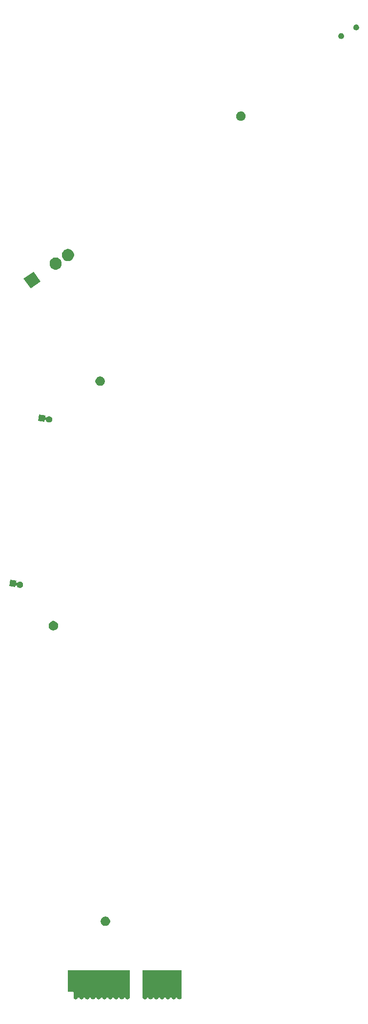
<source format=gbs>
G04 #@! TF.GenerationSoftware,KiCad,Pcbnew,5.1.3-ffb9f22~84~ubuntu18.04.1*
G04 #@! TF.CreationDate,2019-10-26T21:40:40-04:00*
G04 #@! TF.ProjectId,swadge-banana,73776164-6765-42d6-9261-6e616e612e6b,rev?*
G04 #@! TF.SameCoordinates,Original*
G04 #@! TF.FileFunction,Soldermask,Bot*
G04 #@! TF.FilePolarity,Negative*
%FSLAX46Y46*%
G04 Gerber Fmt 4.6, Leading zero omitted, Abs format (unit mm)*
G04 Created by KiCad (PCBNEW 5.1.3-ffb9f22~84~ubuntu18.04.1) date 2019-10-26 21:40:40*
%MOMM*%
%LPD*%
G04 APERTURE LIST*
%ADD10C,0.100000*%
G04 APERTURE END LIST*
D10*
G36*
X155466000Y-188480388D02*
G01*
X155466602Y-188492640D01*
X155467819Y-188505000D01*
X155466602Y-188517360D01*
X155466000Y-188529612D01*
X155466000Y-188599637D01*
X155456221Y-188611553D01*
X155440538Y-188644711D01*
X155439059Y-188649587D01*
X155404146Y-188714904D01*
X155357159Y-188772159D01*
X155299904Y-188819146D01*
X155234585Y-188854060D01*
X155163710Y-188875560D01*
X155108472Y-188881000D01*
X155071528Y-188881000D01*
X155016290Y-188875560D01*
X154945415Y-188854060D01*
X154880096Y-188819146D01*
X154822841Y-188772159D01*
X154775854Y-188714904D01*
X154740941Y-188649587D01*
X154739462Y-188644711D01*
X154730084Y-188622073D01*
X154716470Y-188601699D01*
X154699143Y-188584372D01*
X154678768Y-188570759D01*
X154656129Y-188561382D01*
X154619846Y-188556000D01*
X154560154Y-188556000D01*
X154535768Y-188558402D01*
X154512319Y-188565515D01*
X154490708Y-188577066D01*
X154471766Y-188592611D01*
X154456221Y-188611553D01*
X154440538Y-188644711D01*
X154439059Y-188649587D01*
X154404146Y-188714904D01*
X154357159Y-188772159D01*
X154299904Y-188819146D01*
X154234585Y-188854060D01*
X154163710Y-188875560D01*
X154108472Y-188881000D01*
X154071528Y-188881000D01*
X154016290Y-188875560D01*
X153945415Y-188854060D01*
X153880096Y-188819146D01*
X153822841Y-188772159D01*
X153775854Y-188714904D01*
X153740941Y-188649587D01*
X153739462Y-188644711D01*
X153730084Y-188622073D01*
X153716470Y-188601699D01*
X153699143Y-188584372D01*
X153678768Y-188570759D01*
X153656129Y-188561382D01*
X153619846Y-188556000D01*
X153560154Y-188556000D01*
X153535768Y-188558402D01*
X153512319Y-188565515D01*
X153490708Y-188577066D01*
X153471766Y-188592611D01*
X153456221Y-188611553D01*
X153440538Y-188644711D01*
X153439059Y-188649587D01*
X153404146Y-188714904D01*
X153357159Y-188772159D01*
X153299904Y-188819146D01*
X153234585Y-188854060D01*
X153163710Y-188875560D01*
X153108472Y-188881000D01*
X153071528Y-188881000D01*
X153016290Y-188875560D01*
X152945415Y-188854060D01*
X152880096Y-188819146D01*
X152822841Y-188772159D01*
X152775854Y-188714904D01*
X152740941Y-188649587D01*
X152739462Y-188644711D01*
X152730084Y-188622073D01*
X152716470Y-188601699D01*
X152699143Y-188584372D01*
X152678768Y-188570759D01*
X152656129Y-188561382D01*
X152619846Y-188556000D01*
X152560154Y-188556000D01*
X152535768Y-188558402D01*
X152512319Y-188565515D01*
X152490708Y-188577066D01*
X152471766Y-188592611D01*
X152456221Y-188611553D01*
X152440538Y-188644711D01*
X152439059Y-188649587D01*
X152404146Y-188714904D01*
X152357159Y-188772159D01*
X152299904Y-188819146D01*
X152234585Y-188854060D01*
X152163710Y-188875560D01*
X152108472Y-188881000D01*
X152071528Y-188881000D01*
X152016290Y-188875560D01*
X151945415Y-188854060D01*
X151880096Y-188819146D01*
X151822841Y-188772159D01*
X151775854Y-188714904D01*
X151740941Y-188649587D01*
X151739462Y-188644711D01*
X151730084Y-188622073D01*
X151716470Y-188601699D01*
X151699143Y-188584372D01*
X151678768Y-188570759D01*
X151656129Y-188561382D01*
X151619846Y-188556000D01*
X151560154Y-188556000D01*
X151535768Y-188558402D01*
X151512319Y-188565515D01*
X151490708Y-188577066D01*
X151471766Y-188592611D01*
X151456221Y-188611553D01*
X151440538Y-188644711D01*
X151439059Y-188649587D01*
X151404146Y-188714904D01*
X151357159Y-188772159D01*
X151299904Y-188819146D01*
X151234585Y-188854060D01*
X151163710Y-188875560D01*
X151108472Y-188881000D01*
X151071528Y-188881000D01*
X151016290Y-188875560D01*
X150945415Y-188854060D01*
X150880096Y-188819146D01*
X150822841Y-188772159D01*
X150775854Y-188714904D01*
X150740941Y-188649587D01*
X150739462Y-188644711D01*
X150730084Y-188622073D01*
X150716470Y-188601699D01*
X150699143Y-188584372D01*
X150678768Y-188570759D01*
X150656129Y-188561382D01*
X150619846Y-188556000D01*
X150560154Y-188556000D01*
X150535768Y-188558402D01*
X150512319Y-188565515D01*
X150490708Y-188577066D01*
X150471766Y-188592611D01*
X150456221Y-188611553D01*
X150440538Y-188644711D01*
X150439059Y-188649587D01*
X150404146Y-188714904D01*
X150357159Y-188772159D01*
X150299904Y-188819146D01*
X150234585Y-188854060D01*
X150163710Y-188875560D01*
X150108472Y-188881000D01*
X150071528Y-188881000D01*
X150016290Y-188875560D01*
X149945415Y-188854060D01*
X149880096Y-188819146D01*
X149822841Y-188772159D01*
X149775854Y-188714904D01*
X149740941Y-188649587D01*
X149739462Y-188644711D01*
X149730084Y-188622073D01*
X149716470Y-188601699D01*
X149699143Y-188584372D01*
X149678768Y-188570759D01*
X149656129Y-188561382D01*
X149619846Y-188556000D01*
X149560154Y-188556000D01*
X149535768Y-188558402D01*
X149512319Y-188565515D01*
X149490708Y-188577066D01*
X149471766Y-188592611D01*
X149456221Y-188611553D01*
X149440538Y-188644711D01*
X149439059Y-188649587D01*
X149404146Y-188714904D01*
X149357159Y-188772159D01*
X149299904Y-188819146D01*
X149234585Y-188854060D01*
X149163710Y-188875560D01*
X149108472Y-188881000D01*
X149071528Y-188881000D01*
X149016290Y-188875560D01*
X148945415Y-188854060D01*
X148880096Y-188819146D01*
X148822841Y-188772159D01*
X148775854Y-188714904D01*
X148740941Y-188649587D01*
X148739462Y-188644711D01*
X148730084Y-188622073D01*
X148716470Y-188601699D01*
X148714000Y-188599229D01*
X148714000Y-188529612D01*
X148713398Y-188517360D01*
X148712181Y-188505000D01*
X148713398Y-188492640D01*
X148714000Y-188480388D01*
X148714000Y-183854000D01*
X155466000Y-183854000D01*
X155466000Y-188480388D01*
X155466000Y-188480388D01*
G37*
G36*
X146466000Y-188480388D02*
G01*
X146466602Y-188492640D01*
X146467819Y-188505000D01*
X146466602Y-188517360D01*
X146466000Y-188529612D01*
X146466000Y-188599637D01*
X146456221Y-188611553D01*
X146440538Y-188644711D01*
X146439059Y-188649587D01*
X146404146Y-188714904D01*
X146357159Y-188772159D01*
X146299904Y-188819146D01*
X146234585Y-188854060D01*
X146163710Y-188875560D01*
X146108472Y-188881000D01*
X146071528Y-188881000D01*
X146016290Y-188875560D01*
X145945415Y-188854060D01*
X145880096Y-188819146D01*
X145822841Y-188772159D01*
X145775854Y-188714904D01*
X145740941Y-188649587D01*
X145739462Y-188644711D01*
X145730084Y-188622073D01*
X145716470Y-188601699D01*
X145699143Y-188584372D01*
X145678768Y-188570759D01*
X145656129Y-188561382D01*
X145619846Y-188556000D01*
X145560154Y-188556000D01*
X145535768Y-188558402D01*
X145512319Y-188565515D01*
X145490708Y-188577066D01*
X145471766Y-188592611D01*
X145456221Y-188611553D01*
X145440538Y-188644711D01*
X145439059Y-188649587D01*
X145404146Y-188714904D01*
X145357159Y-188772159D01*
X145299904Y-188819146D01*
X145234585Y-188854060D01*
X145163710Y-188875560D01*
X145108472Y-188881000D01*
X145071528Y-188881000D01*
X145016290Y-188875560D01*
X144945415Y-188854060D01*
X144880096Y-188819146D01*
X144822841Y-188772159D01*
X144775854Y-188714904D01*
X144740941Y-188649587D01*
X144739462Y-188644711D01*
X144730084Y-188622073D01*
X144716470Y-188601699D01*
X144699143Y-188584372D01*
X144678768Y-188570759D01*
X144656129Y-188561382D01*
X144619846Y-188556000D01*
X144560154Y-188556000D01*
X144535768Y-188558402D01*
X144512319Y-188565515D01*
X144490708Y-188577066D01*
X144471766Y-188592611D01*
X144456221Y-188611553D01*
X144440538Y-188644711D01*
X144439059Y-188649587D01*
X144404146Y-188714904D01*
X144357159Y-188772159D01*
X144299904Y-188819146D01*
X144234585Y-188854060D01*
X144163710Y-188875560D01*
X144108472Y-188881000D01*
X144071528Y-188881000D01*
X144016290Y-188875560D01*
X143945415Y-188854060D01*
X143880096Y-188819146D01*
X143822841Y-188772159D01*
X143775854Y-188714904D01*
X143740941Y-188649587D01*
X143739462Y-188644711D01*
X143730084Y-188622073D01*
X143716470Y-188601699D01*
X143699143Y-188584372D01*
X143678768Y-188570759D01*
X143656129Y-188561382D01*
X143619846Y-188556000D01*
X143560154Y-188556000D01*
X143535768Y-188558402D01*
X143512319Y-188565515D01*
X143490708Y-188577066D01*
X143471766Y-188592611D01*
X143456221Y-188611553D01*
X143440538Y-188644711D01*
X143439059Y-188649587D01*
X143404146Y-188714904D01*
X143357159Y-188772159D01*
X143299904Y-188819146D01*
X143234585Y-188854060D01*
X143163710Y-188875560D01*
X143108472Y-188881000D01*
X143071528Y-188881000D01*
X143016290Y-188875560D01*
X142945415Y-188854060D01*
X142880096Y-188819146D01*
X142822841Y-188772159D01*
X142775854Y-188714904D01*
X142740941Y-188649587D01*
X142739462Y-188644711D01*
X142730084Y-188622073D01*
X142716470Y-188601699D01*
X142699143Y-188584372D01*
X142678768Y-188570759D01*
X142656129Y-188561382D01*
X142619846Y-188556000D01*
X142560154Y-188556000D01*
X142535768Y-188558402D01*
X142512319Y-188565515D01*
X142490708Y-188577066D01*
X142471766Y-188592611D01*
X142456221Y-188611553D01*
X142440538Y-188644711D01*
X142439059Y-188649587D01*
X142404146Y-188714904D01*
X142357159Y-188772159D01*
X142299904Y-188819146D01*
X142234585Y-188854060D01*
X142163710Y-188875560D01*
X142108472Y-188881000D01*
X142071528Y-188881000D01*
X142016290Y-188875560D01*
X141945415Y-188854060D01*
X141880096Y-188819146D01*
X141822841Y-188772159D01*
X141775854Y-188714904D01*
X141740941Y-188649587D01*
X141739462Y-188644711D01*
X141730084Y-188622073D01*
X141716470Y-188601699D01*
X141699143Y-188584372D01*
X141678768Y-188570759D01*
X141656129Y-188561382D01*
X141619846Y-188556000D01*
X141560154Y-188556000D01*
X141535768Y-188558402D01*
X141512319Y-188565515D01*
X141490708Y-188577066D01*
X141471766Y-188592611D01*
X141456221Y-188611553D01*
X141440538Y-188644711D01*
X141439059Y-188649587D01*
X141404146Y-188714904D01*
X141357159Y-188772159D01*
X141299904Y-188819146D01*
X141234585Y-188854060D01*
X141163710Y-188875560D01*
X141108472Y-188881000D01*
X141071528Y-188881000D01*
X141016290Y-188875560D01*
X140945415Y-188854060D01*
X140880096Y-188819146D01*
X140822841Y-188772159D01*
X140775854Y-188714904D01*
X140740941Y-188649587D01*
X140739462Y-188644711D01*
X140730084Y-188622073D01*
X140716470Y-188601699D01*
X140699143Y-188584372D01*
X140678768Y-188570759D01*
X140656129Y-188561382D01*
X140619846Y-188556000D01*
X140560154Y-188556000D01*
X140535768Y-188558402D01*
X140512319Y-188565515D01*
X140490708Y-188577066D01*
X140471766Y-188592611D01*
X140456221Y-188611553D01*
X140440538Y-188644711D01*
X140439059Y-188649587D01*
X140404146Y-188714904D01*
X140357159Y-188772159D01*
X140299904Y-188819146D01*
X140234585Y-188854060D01*
X140163710Y-188875560D01*
X140108472Y-188881000D01*
X140071528Y-188881000D01*
X140016290Y-188875560D01*
X139945415Y-188854060D01*
X139880096Y-188819146D01*
X139822841Y-188772159D01*
X139775854Y-188714904D01*
X139740941Y-188649587D01*
X139739462Y-188644711D01*
X139730084Y-188622073D01*
X139716470Y-188601699D01*
X139699143Y-188584372D01*
X139678768Y-188570759D01*
X139656129Y-188561382D01*
X139619846Y-188556000D01*
X139560154Y-188556000D01*
X139535768Y-188558402D01*
X139512319Y-188565515D01*
X139490708Y-188577066D01*
X139471766Y-188592611D01*
X139456221Y-188611553D01*
X139440538Y-188644711D01*
X139439059Y-188649587D01*
X139404146Y-188714904D01*
X139357159Y-188772159D01*
X139299904Y-188819146D01*
X139234585Y-188854060D01*
X139163710Y-188875560D01*
X139108472Y-188881000D01*
X139071528Y-188881000D01*
X139016290Y-188875560D01*
X138945415Y-188854060D01*
X138880096Y-188819146D01*
X138822841Y-188772159D01*
X138775854Y-188714904D01*
X138740941Y-188649587D01*
X138739462Y-188644711D01*
X138730084Y-188622073D01*
X138716470Y-188601699D01*
X138699143Y-188584372D01*
X138678768Y-188570759D01*
X138656129Y-188561382D01*
X138619846Y-188556000D01*
X138560154Y-188556000D01*
X138535768Y-188558402D01*
X138512319Y-188565515D01*
X138490708Y-188577066D01*
X138471766Y-188592611D01*
X138456221Y-188611553D01*
X138440538Y-188644711D01*
X138439059Y-188649587D01*
X138404146Y-188714904D01*
X138357159Y-188772159D01*
X138299904Y-188819146D01*
X138234585Y-188854060D01*
X138163710Y-188875560D01*
X138108472Y-188881000D01*
X138071528Y-188881000D01*
X138016290Y-188875560D01*
X137945415Y-188854060D01*
X137880096Y-188819146D01*
X137822841Y-188772159D01*
X137775854Y-188714904D01*
X137740941Y-188649587D01*
X137739462Y-188644711D01*
X137730084Y-188622073D01*
X137716470Y-188601699D01*
X137699143Y-188584372D01*
X137678768Y-188570759D01*
X137656129Y-188561382D01*
X137619846Y-188556000D01*
X137560154Y-188556000D01*
X137535768Y-188558402D01*
X137512319Y-188565515D01*
X137490708Y-188577066D01*
X137471766Y-188592611D01*
X137456221Y-188611553D01*
X137440538Y-188644711D01*
X137439059Y-188649587D01*
X137404146Y-188714904D01*
X137357159Y-188772159D01*
X137299904Y-188819146D01*
X137234585Y-188854060D01*
X137163710Y-188875560D01*
X137108472Y-188881000D01*
X137071528Y-188881000D01*
X137016290Y-188875560D01*
X136945415Y-188854060D01*
X136880096Y-188819146D01*
X136822841Y-188772159D01*
X136775854Y-188714904D01*
X136740941Y-188649587D01*
X136739462Y-188644711D01*
X136730084Y-188622073D01*
X136716470Y-188601699D01*
X136714000Y-188599229D01*
X136714000Y-188529612D01*
X136713398Y-188517360D01*
X136712181Y-188505000D01*
X136713398Y-188492640D01*
X136714000Y-188480388D01*
X136714000Y-187680999D01*
X136711598Y-187656613D01*
X136704485Y-187633164D01*
X136692934Y-187611553D01*
X136677389Y-187592611D01*
X136658447Y-187577066D01*
X136636836Y-187565515D01*
X136613387Y-187558402D01*
X136589001Y-187556000D01*
X135714000Y-187556000D01*
X135714000Y-183854000D01*
X146466000Y-183854000D01*
X146466000Y-188480388D01*
X146466000Y-188480388D01*
G37*
G36*
X142482685Y-174573250D02*
G01*
X142631189Y-174634762D01*
X142631190Y-174634763D01*
X142764835Y-174724061D01*
X142878499Y-174837725D01*
X142945472Y-174937959D01*
X142967798Y-174971371D01*
X143029310Y-175119875D01*
X143060668Y-175277522D01*
X143060668Y-175438262D01*
X143029310Y-175595909D01*
X142967798Y-175744413D01*
X142967797Y-175744414D01*
X142878499Y-175878059D01*
X142764835Y-175991723D01*
X142664601Y-176058696D01*
X142631189Y-176081022D01*
X142482685Y-176142534D01*
X142325038Y-176173892D01*
X142164298Y-176173892D01*
X142006651Y-176142534D01*
X141932398Y-176111777D01*
X141858147Y-176081022D01*
X141824735Y-176058697D01*
X141724501Y-175991723D01*
X141610837Y-175878059D01*
X141521539Y-175744414D01*
X141521538Y-175744413D01*
X141460026Y-175595909D01*
X141428668Y-175438262D01*
X141428668Y-175277522D01*
X141460026Y-175119875D01*
X141490783Y-175045622D01*
X141521538Y-174971371D01*
X141543863Y-174937959D01*
X141610837Y-174837725D01*
X141724501Y-174724061D01*
X141858146Y-174634763D01*
X141858147Y-174634762D01*
X141932398Y-174604007D01*
X142006651Y-174573250D01*
X142164298Y-174541892D01*
X142325038Y-174541892D01*
X142482685Y-174573250D01*
X142482685Y-174573250D01*
G37*
G36*
X133454716Y-123373095D02*
G01*
X133528969Y-123403852D01*
X133603220Y-123434607D01*
X133603221Y-123434608D01*
X133736866Y-123523906D01*
X133850530Y-123637570D01*
X133917504Y-123737804D01*
X133939829Y-123771216D01*
X134001341Y-123919720D01*
X134032699Y-124077367D01*
X134032699Y-124238107D01*
X134001341Y-124395754D01*
X133939829Y-124544258D01*
X133939828Y-124544259D01*
X133850530Y-124677904D01*
X133736866Y-124791568D01*
X133636632Y-124858542D01*
X133603220Y-124880867D01*
X133454716Y-124942379D01*
X133297069Y-124973737D01*
X133136329Y-124973737D01*
X132978682Y-124942379D01*
X132830178Y-124880867D01*
X132796766Y-124858542D01*
X132696532Y-124791568D01*
X132582868Y-124677904D01*
X132493570Y-124544259D01*
X132493569Y-124544258D01*
X132462814Y-124470007D01*
X132432057Y-124395754D01*
X132400699Y-124238107D01*
X132400699Y-124077367D01*
X132432057Y-123919720D01*
X132493569Y-123771216D01*
X132515894Y-123737804D01*
X132582868Y-123637570D01*
X132696532Y-123523906D01*
X132830177Y-123434608D01*
X132830178Y-123434607D01*
X132904429Y-123403852D01*
X132978682Y-123373095D01*
X133136329Y-123341737D01*
X133297069Y-123341737D01*
X133454716Y-123373095D01*
X133454716Y-123373095D01*
G37*
G36*
X126813667Y-116383738D02*
G01*
X126774051Y-116608414D01*
X126772182Y-116632847D01*
X126775115Y-116657175D01*
X126782738Y-116680463D01*
X126794758Y-116701817D01*
X126810713Y-116720415D01*
X126829989Y-116735543D01*
X126851847Y-116746620D01*
X126875445Y-116753220D01*
X126899878Y-116755089D01*
X126924206Y-116752156D01*
X126947494Y-116744533D01*
X126968848Y-116732513D01*
X126993777Y-116709418D01*
X127034563Y-116659719D01*
X127072382Y-116628682D01*
X127118464Y-116590863D01*
X127187009Y-116554225D01*
X127214185Y-116539699D01*
X127318049Y-116508193D01*
X127398997Y-116500220D01*
X127453131Y-116500220D01*
X127534079Y-116508193D01*
X127637943Y-116539699D01*
X127665119Y-116554225D01*
X127733664Y-116590863D01*
X127817565Y-116659719D01*
X127886421Y-116743620D01*
X127923059Y-116812165D01*
X127937585Y-116839341D01*
X127969091Y-116943205D01*
X127979730Y-117051220D01*
X127969091Y-117159235D01*
X127937585Y-117263099D01*
X127923059Y-117290275D01*
X127886421Y-117358820D01*
X127817565Y-117442721D01*
X127733664Y-117511577D01*
X127665119Y-117548215D01*
X127637943Y-117562741D01*
X127534079Y-117594247D01*
X127453131Y-117602220D01*
X127398997Y-117602220D01*
X127318049Y-117594247D01*
X127214185Y-117562741D01*
X127187009Y-117548215D01*
X127118464Y-117511577D01*
X127034563Y-117442721D01*
X126965707Y-117358820D01*
X126932365Y-117296441D01*
X126914543Y-117263099D01*
X126904559Y-117230186D01*
X126895183Y-117207550D01*
X126881569Y-117187175D01*
X126864242Y-117169848D01*
X126843868Y-117156235D01*
X126821229Y-117146857D01*
X126797196Y-117142077D01*
X126772692Y-117142077D01*
X126748658Y-117146858D01*
X126726020Y-117156235D01*
X126705645Y-117169849D01*
X126688318Y-117187176D01*
X126674705Y-117207550D01*
X126665327Y-117230189D01*
X126661845Y-117244762D01*
X126622307Y-117468996D01*
X125537049Y-117277636D01*
X125728409Y-116192378D01*
X126813667Y-116383738D01*
X126813667Y-116383738D01*
G37*
G36*
X131862245Y-87751831D02*
G01*
X131822629Y-87976507D01*
X131820760Y-88000940D01*
X131823693Y-88025268D01*
X131831316Y-88048556D01*
X131843336Y-88069910D01*
X131859291Y-88088508D01*
X131878567Y-88103636D01*
X131900425Y-88114713D01*
X131924023Y-88121313D01*
X131948456Y-88123182D01*
X131972784Y-88120249D01*
X131996072Y-88112626D01*
X132017426Y-88100606D01*
X132042355Y-88077511D01*
X132083141Y-88027812D01*
X132120960Y-87996775D01*
X132167042Y-87958956D01*
X132235587Y-87922318D01*
X132262763Y-87907792D01*
X132366627Y-87876286D01*
X132447575Y-87868313D01*
X132501709Y-87868313D01*
X132582657Y-87876286D01*
X132686521Y-87907792D01*
X132713697Y-87922318D01*
X132782242Y-87958956D01*
X132866143Y-88027812D01*
X132934999Y-88111713D01*
X132971637Y-88180258D01*
X132986163Y-88207434D01*
X133017669Y-88311298D01*
X133028308Y-88419313D01*
X133017669Y-88527328D01*
X132986163Y-88631192D01*
X132971637Y-88658368D01*
X132934999Y-88726913D01*
X132866143Y-88810814D01*
X132782242Y-88879670D01*
X132713697Y-88916308D01*
X132686521Y-88930834D01*
X132582657Y-88962340D01*
X132501709Y-88970313D01*
X132447575Y-88970313D01*
X132366627Y-88962340D01*
X132262763Y-88930834D01*
X132235587Y-88916308D01*
X132167042Y-88879670D01*
X132083141Y-88810814D01*
X132014285Y-88726913D01*
X131980943Y-88664534D01*
X131963121Y-88631192D01*
X131953137Y-88598279D01*
X131943761Y-88575643D01*
X131930147Y-88555268D01*
X131912820Y-88537941D01*
X131892446Y-88524328D01*
X131869807Y-88514950D01*
X131845774Y-88510170D01*
X131821270Y-88510170D01*
X131797236Y-88514951D01*
X131774598Y-88524328D01*
X131754223Y-88537942D01*
X131736896Y-88555269D01*
X131723283Y-88575643D01*
X131713905Y-88598282D01*
X131710423Y-88612855D01*
X131670885Y-88837089D01*
X130585627Y-88645729D01*
X130776987Y-87560471D01*
X131862245Y-87751831D01*
X131862245Y-87751831D01*
G37*
G36*
X141569371Y-81021454D02*
G01*
X141717875Y-81082966D01*
X141717876Y-81082967D01*
X141851521Y-81172265D01*
X141965185Y-81285929D01*
X142032159Y-81386163D01*
X142054484Y-81419575D01*
X142115996Y-81568079D01*
X142147354Y-81725726D01*
X142147354Y-81886466D01*
X142115996Y-82044113D01*
X142085239Y-82118366D01*
X142054484Y-82192617D01*
X142054483Y-82192618D01*
X141965185Y-82326263D01*
X141851521Y-82439927D01*
X141751287Y-82506901D01*
X141717875Y-82529226D01*
X141643624Y-82559981D01*
X141569371Y-82590738D01*
X141411724Y-82622096D01*
X141250984Y-82622096D01*
X141093337Y-82590738D01*
X141019084Y-82559981D01*
X140944833Y-82529226D01*
X140911421Y-82506900D01*
X140811187Y-82439927D01*
X140697523Y-82326263D01*
X140608225Y-82192618D01*
X140608224Y-82192617D01*
X140577469Y-82118366D01*
X140546712Y-82044113D01*
X140515354Y-81886466D01*
X140515354Y-81725726D01*
X140546712Y-81568079D01*
X140608224Y-81419575D01*
X140630550Y-81386163D01*
X140697523Y-81285929D01*
X140811187Y-81172265D01*
X140944832Y-81082967D01*
X140944833Y-81082966D01*
X141093337Y-81021454D01*
X141250984Y-80990096D01*
X141411724Y-80990096D01*
X141569371Y-81021454D01*
X141569371Y-81021454D01*
G37*
G36*
X130988758Y-64558100D02*
G01*
X129266900Y-65763758D01*
X128061242Y-64041900D01*
X129783100Y-62836242D01*
X130988758Y-64558100D01*
X130988758Y-64558100D01*
G37*
G36*
X133927324Y-60421507D02*
G01*
X134118593Y-60500733D01*
X134118595Y-60500734D01*
X134283308Y-60610792D01*
X134290733Y-60615753D01*
X134437125Y-60762145D01*
X134552145Y-60934285D01*
X134631371Y-61125554D01*
X134671760Y-61328602D01*
X134671760Y-61535634D01*
X134631371Y-61738682D01*
X134552145Y-61929951D01*
X134552144Y-61929953D01*
X134437125Y-62102091D01*
X134290733Y-62248483D01*
X134118595Y-62363502D01*
X134118594Y-62363503D01*
X134118593Y-62363503D01*
X133927324Y-62442729D01*
X133724276Y-62483118D01*
X133517244Y-62483118D01*
X133314196Y-62442729D01*
X133122927Y-62363503D01*
X133122926Y-62363503D01*
X133122925Y-62363502D01*
X132950787Y-62248483D01*
X132804395Y-62102091D01*
X132689376Y-61929953D01*
X132689375Y-61929951D01*
X132610149Y-61738682D01*
X132569760Y-61535634D01*
X132569760Y-61328602D01*
X132610149Y-61125554D01*
X132689375Y-60934285D01*
X132804395Y-60762145D01*
X132950787Y-60615753D01*
X132958212Y-60610792D01*
X133122925Y-60500734D01*
X133122927Y-60500733D01*
X133314196Y-60421507D01*
X133517244Y-60381118D01*
X133724276Y-60381118D01*
X133927324Y-60421507D01*
X133927324Y-60421507D01*
G37*
G36*
X136057120Y-58930208D02*
G01*
X136248389Y-59009434D01*
X136248391Y-59009435D01*
X136420529Y-59124454D01*
X136566921Y-59270846D01*
X136681941Y-59442986D01*
X136761167Y-59634255D01*
X136801556Y-59837303D01*
X136801556Y-60044335D01*
X136761167Y-60247383D01*
X136689042Y-60421508D01*
X136681940Y-60438654D01*
X136566921Y-60610792D01*
X136420529Y-60757184D01*
X136248391Y-60872203D01*
X136248390Y-60872204D01*
X136248389Y-60872204D01*
X136057120Y-60951430D01*
X135854072Y-60991819D01*
X135647040Y-60991819D01*
X135443992Y-60951430D01*
X135252723Y-60872204D01*
X135252722Y-60872204D01*
X135252721Y-60872203D01*
X135080583Y-60757184D01*
X134934191Y-60610792D01*
X134819172Y-60438654D01*
X134812070Y-60421508D01*
X134739945Y-60247383D01*
X134699556Y-60044335D01*
X134699556Y-59837303D01*
X134739945Y-59634255D01*
X134819171Y-59442986D01*
X134934191Y-59270846D01*
X135080583Y-59124454D01*
X135252721Y-59009435D01*
X135252723Y-59009434D01*
X135443992Y-58930208D01*
X135647040Y-58889819D01*
X135854072Y-58889819D01*
X136057120Y-58930208D01*
X136057120Y-58930208D01*
G37*
G36*
X165977198Y-35117009D02*
G01*
X166125702Y-35178521D01*
X166125703Y-35178522D01*
X166259348Y-35267820D01*
X166373012Y-35381484D01*
X166439986Y-35481718D01*
X166462311Y-35515130D01*
X166523823Y-35663634D01*
X166555181Y-35821281D01*
X166555181Y-35982021D01*
X166523823Y-36139668D01*
X166493066Y-36213921D01*
X166462311Y-36288172D01*
X166462310Y-36288173D01*
X166373012Y-36421818D01*
X166259348Y-36535482D01*
X166159114Y-36602455D01*
X166125702Y-36624781D01*
X165977198Y-36686293D01*
X165819551Y-36717651D01*
X165658811Y-36717651D01*
X165501164Y-36686293D01*
X165352660Y-36624781D01*
X165319248Y-36602455D01*
X165219014Y-36535482D01*
X165105350Y-36421818D01*
X165016052Y-36288173D01*
X165016051Y-36288172D01*
X164985296Y-36213921D01*
X164954539Y-36139668D01*
X164923181Y-35982021D01*
X164923181Y-35821281D01*
X164954539Y-35663634D01*
X165016051Y-35515130D01*
X165038376Y-35481718D01*
X165105350Y-35381484D01*
X165219014Y-35267820D01*
X165352659Y-35178522D01*
X165352660Y-35178521D01*
X165426911Y-35147766D01*
X165501164Y-35117009D01*
X165658811Y-35085651D01*
X165819551Y-35085651D01*
X165977198Y-35117009D01*
X165977198Y-35117009D01*
G37*
G36*
X183253702Y-21522838D02*
G01*
X183302098Y-21532465D01*
X183339864Y-21548108D01*
X183393273Y-21570231D01*
X183393274Y-21570232D01*
X183475331Y-21625060D01*
X183545114Y-21694843D01*
X183545115Y-21694845D01*
X183599943Y-21776901D01*
X183637709Y-21868077D01*
X183656962Y-21964867D01*
X183656962Y-22063557D01*
X183637709Y-22160347D01*
X183599943Y-22251523D01*
X183599942Y-22251524D01*
X183545114Y-22333581D01*
X183475331Y-22403364D01*
X183434024Y-22430964D01*
X183393273Y-22458193D01*
X183339864Y-22480316D01*
X183302098Y-22495959D01*
X183253702Y-22505585D01*
X183205307Y-22515212D01*
X183106617Y-22515212D01*
X183058222Y-22505586D01*
X183009826Y-22495959D01*
X182972060Y-22480316D01*
X182918651Y-22458193D01*
X182877900Y-22430964D01*
X182836593Y-22403364D01*
X182766810Y-22333581D01*
X182711982Y-22251524D01*
X182711981Y-22251523D01*
X182674215Y-22160347D01*
X182654962Y-22063557D01*
X182654962Y-21964867D01*
X182674215Y-21868077D01*
X182711981Y-21776901D01*
X182766809Y-21694845D01*
X182766810Y-21694843D01*
X182836593Y-21625060D01*
X182918650Y-21570232D01*
X182918651Y-21570231D01*
X182972060Y-21548108D01*
X183009826Y-21532465D01*
X183058222Y-21522838D01*
X183106617Y-21513212D01*
X183205307Y-21513212D01*
X183253702Y-21522838D01*
X183253702Y-21522838D01*
G37*
G36*
X185851778Y-20022838D02*
G01*
X185900174Y-20032465D01*
X185937940Y-20048108D01*
X185991349Y-20070231D01*
X185991350Y-20070232D01*
X186073407Y-20125060D01*
X186143190Y-20194843D01*
X186143191Y-20194845D01*
X186198019Y-20276901D01*
X186235785Y-20368077D01*
X186255038Y-20464867D01*
X186255038Y-20563557D01*
X186235785Y-20660347D01*
X186198019Y-20751523D01*
X186198018Y-20751524D01*
X186143190Y-20833581D01*
X186073407Y-20903364D01*
X186032100Y-20930964D01*
X185991349Y-20958193D01*
X185937940Y-20980316D01*
X185900174Y-20995959D01*
X185851778Y-21005586D01*
X185803383Y-21015212D01*
X185704693Y-21015212D01*
X185656298Y-21005586D01*
X185607902Y-20995959D01*
X185570136Y-20980316D01*
X185516727Y-20958193D01*
X185475976Y-20930964D01*
X185434669Y-20903364D01*
X185364886Y-20833581D01*
X185310058Y-20751524D01*
X185310057Y-20751523D01*
X185272291Y-20660347D01*
X185253038Y-20563557D01*
X185253038Y-20464867D01*
X185272291Y-20368077D01*
X185310057Y-20276901D01*
X185364885Y-20194845D01*
X185364886Y-20194843D01*
X185434669Y-20125060D01*
X185516726Y-20070232D01*
X185516727Y-20070231D01*
X185570136Y-20048108D01*
X185607902Y-20032465D01*
X185656298Y-20022838D01*
X185704693Y-20013212D01*
X185803383Y-20013212D01*
X185851778Y-20022838D01*
X185851778Y-20022838D01*
G37*
M02*

</source>
